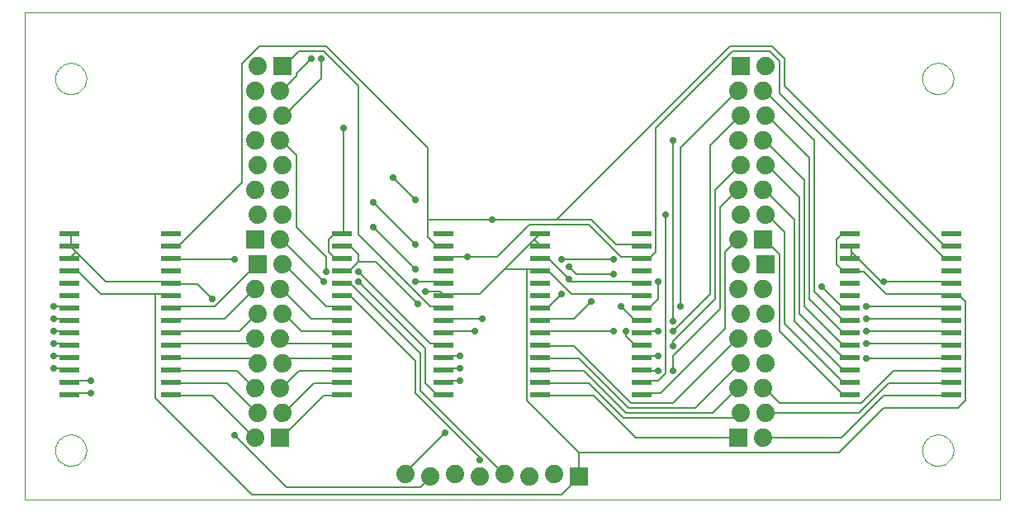
<source format=gtl>
G75*
G70*
%OFA0B0*%
%FSLAX24Y24*%
%IPPOS*%
%LPD*%
%AMOC8*
5,1,8,0,0,1.08239X$1,22.5*
%
%ADD10C,0.0000*%
%ADD11R,0.0740X0.0740*%
%ADD12C,0.0740*%
%ADD13R,0.0807X0.0236*%
%ADD14C,0.0080*%
%ADD15OC8,0.0240*%
D10*
X000100Y000100D02*
X039470Y000100D01*
X039470Y019785D01*
X000100Y019785D01*
X000100Y000100D01*
X001340Y002100D02*
X001342Y002150D01*
X001348Y002200D01*
X001358Y002249D01*
X001372Y002297D01*
X001389Y002344D01*
X001410Y002389D01*
X001435Y002433D01*
X001463Y002474D01*
X001495Y002513D01*
X001529Y002550D01*
X001566Y002584D01*
X001606Y002614D01*
X001648Y002641D01*
X001692Y002665D01*
X001738Y002686D01*
X001785Y002702D01*
X001833Y002715D01*
X001883Y002724D01*
X001932Y002729D01*
X001983Y002730D01*
X002033Y002727D01*
X002082Y002720D01*
X002131Y002709D01*
X002179Y002694D01*
X002225Y002676D01*
X002270Y002654D01*
X002313Y002628D01*
X002354Y002599D01*
X002393Y002567D01*
X002429Y002532D01*
X002461Y002494D01*
X002491Y002454D01*
X002518Y002411D01*
X002541Y002367D01*
X002560Y002321D01*
X002576Y002273D01*
X002588Y002224D01*
X002596Y002175D01*
X002600Y002125D01*
X002600Y002075D01*
X002596Y002025D01*
X002588Y001976D01*
X002576Y001927D01*
X002560Y001879D01*
X002541Y001833D01*
X002518Y001789D01*
X002491Y001746D01*
X002461Y001706D01*
X002429Y001668D01*
X002393Y001633D01*
X002354Y001601D01*
X002313Y001572D01*
X002270Y001546D01*
X002225Y001524D01*
X002179Y001506D01*
X002131Y001491D01*
X002082Y001480D01*
X002033Y001473D01*
X001983Y001470D01*
X001932Y001471D01*
X001883Y001476D01*
X001833Y001485D01*
X001785Y001498D01*
X001738Y001514D01*
X001692Y001535D01*
X001648Y001559D01*
X001606Y001586D01*
X001566Y001616D01*
X001529Y001650D01*
X001495Y001687D01*
X001463Y001726D01*
X001435Y001767D01*
X001410Y001811D01*
X001389Y001856D01*
X001372Y001903D01*
X001358Y001951D01*
X001348Y002000D01*
X001342Y002050D01*
X001340Y002100D01*
X001340Y017100D02*
X001342Y017150D01*
X001348Y017200D01*
X001358Y017249D01*
X001372Y017297D01*
X001389Y017344D01*
X001410Y017389D01*
X001435Y017433D01*
X001463Y017474D01*
X001495Y017513D01*
X001529Y017550D01*
X001566Y017584D01*
X001606Y017614D01*
X001648Y017641D01*
X001692Y017665D01*
X001738Y017686D01*
X001785Y017702D01*
X001833Y017715D01*
X001883Y017724D01*
X001932Y017729D01*
X001983Y017730D01*
X002033Y017727D01*
X002082Y017720D01*
X002131Y017709D01*
X002179Y017694D01*
X002225Y017676D01*
X002270Y017654D01*
X002313Y017628D01*
X002354Y017599D01*
X002393Y017567D01*
X002429Y017532D01*
X002461Y017494D01*
X002491Y017454D01*
X002518Y017411D01*
X002541Y017367D01*
X002560Y017321D01*
X002576Y017273D01*
X002588Y017224D01*
X002596Y017175D01*
X002600Y017125D01*
X002600Y017075D01*
X002596Y017025D01*
X002588Y016976D01*
X002576Y016927D01*
X002560Y016879D01*
X002541Y016833D01*
X002518Y016789D01*
X002491Y016746D01*
X002461Y016706D01*
X002429Y016668D01*
X002393Y016633D01*
X002354Y016601D01*
X002313Y016572D01*
X002270Y016546D01*
X002225Y016524D01*
X002179Y016506D01*
X002131Y016491D01*
X002082Y016480D01*
X002033Y016473D01*
X001983Y016470D01*
X001932Y016471D01*
X001883Y016476D01*
X001833Y016485D01*
X001785Y016498D01*
X001738Y016514D01*
X001692Y016535D01*
X001648Y016559D01*
X001606Y016586D01*
X001566Y016616D01*
X001529Y016650D01*
X001495Y016687D01*
X001463Y016726D01*
X001435Y016767D01*
X001410Y016811D01*
X001389Y016856D01*
X001372Y016903D01*
X001358Y016951D01*
X001348Y017000D01*
X001342Y017050D01*
X001340Y017100D01*
X036340Y017100D02*
X036342Y017150D01*
X036348Y017200D01*
X036358Y017249D01*
X036372Y017297D01*
X036389Y017344D01*
X036410Y017389D01*
X036435Y017433D01*
X036463Y017474D01*
X036495Y017513D01*
X036529Y017550D01*
X036566Y017584D01*
X036606Y017614D01*
X036648Y017641D01*
X036692Y017665D01*
X036738Y017686D01*
X036785Y017702D01*
X036833Y017715D01*
X036883Y017724D01*
X036932Y017729D01*
X036983Y017730D01*
X037033Y017727D01*
X037082Y017720D01*
X037131Y017709D01*
X037179Y017694D01*
X037225Y017676D01*
X037270Y017654D01*
X037313Y017628D01*
X037354Y017599D01*
X037393Y017567D01*
X037429Y017532D01*
X037461Y017494D01*
X037491Y017454D01*
X037518Y017411D01*
X037541Y017367D01*
X037560Y017321D01*
X037576Y017273D01*
X037588Y017224D01*
X037596Y017175D01*
X037600Y017125D01*
X037600Y017075D01*
X037596Y017025D01*
X037588Y016976D01*
X037576Y016927D01*
X037560Y016879D01*
X037541Y016833D01*
X037518Y016789D01*
X037491Y016746D01*
X037461Y016706D01*
X037429Y016668D01*
X037393Y016633D01*
X037354Y016601D01*
X037313Y016572D01*
X037270Y016546D01*
X037225Y016524D01*
X037179Y016506D01*
X037131Y016491D01*
X037082Y016480D01*
X037033Y016473D01*
X036983Y016470D01*
X036932Y016471D01*
X036883Y016476D01*
X036833Y016485D01*
X036785Y016498D01*
X036738Y016514D01*
X036692Y016535D01*
X036648Y016559D01*
X036606Y016586D01*
X036566Y016616D01*
X036529Y016650D01*
X036495Y016687D01*
X036463Y016726D01*
X036435Y016767D01*
X036410Y016811D01*
X036389Y016856D01*
X036372Y016903D01*
X036358Y016951D01*
X036348Y017000D01*
X036342Y017050D01*
X036340Y017100D01*
X036340Y002100D02*
X036342Y002150D01*
X036348Y002200D01*
X036358Y002249D01*
X036372Y002297D01*
X036389Y002344D01*
X036410Y002389D01*
X036435Y002433D01*
X036463Y002474D01*
X036495Y002513D01*
X036529Y002550D01*
X036566Y002584D01*
X036606Y002614D01*
X036648Y002641D01*
X036692Y002665D01*
X036738Y002686D01*
X036785Y002702D01*
X036833Y002715D01*
X036883Y002724D01*
X036932Y002729D01*
X036983Y002730D01*
X037033Y002727D01*
X037082Y002720D01*
X037131Y002709D01*
X037179Y002694D01*
X037225Y002676D01*
X037270Y002654D01*
X037313Y002628D01*
X037354Y002599D01*
X037393Y002567D01*
X037429Y002532D01*
X037461Y002494D01*
X037491Y002454D01*
X037518Y002411D01*
X037541Y002367D01*
X037560Y002321D01*
X037576Y002273D01*
X037588Y002224D01*
X037596Y002175D01*
X037600Y002125D01*
X037600Y002075D01*
X037596Y002025D01*
X037588Y001976D01*
X037576Y001927D01*
X037560Y001879D01*
X037541Y001833D01*
X037518Y001789D01*
X037491Y001746D01*
X037461Y001706D01*
X037429Y001668D01*
X037393Y001633D01*
X037354Y001601D01*
X037313Y001572D01*
X037270Y001546D01*
X037225Y001524D01*
X037179Y001506D01*
X037131Y001491D01*
X037082Y001480D01*
X037033Y001473D01*
X036983Y001470D01*
X036932Y001471D01*
X036883Y001476D01*
X036833Y001485D01*
X036785Y001498D01*
X036738Y001514D01*
X036692Y001535D01*
X036648Y001559D01*
X036606Y001586D01*
X036566Y001616D01*
X036529Y001650D01*
X036495Y001687D01*
X036463Y001726D01*
X036435Y001767D01*
X036410Y001811D01*
X036389Y001856D01*
X036372Y001903D01*
X036358Y001951D01*
X036348Y002000D01*
X036342Y002050D01*
X036340Y002100D01*
D11*
X028920Y002600D03*
X022470Y001050D03*
X010420Y002600D03*
X009520Y009600D03*
X009420Y010600D03*
X010520Y017600D03*
X029020Y017600D03*
X029920Y010600D03*
X030020Y009600D03*
D12*
X029020Y009600D03*
X028920Y008600D03*
X029920Y008600D03*
X030020Y007600D03*
X029020Y007600D03*
X028920Y006600D03*
X029920Y006600D03*
X030020Y005600D03*
X029020Y005600D03*
X028920Y004600D03*
X029920Y004600D03*
X030020Y003600D03*
X029020Y003600D03*
X029920Y002600D03*
X021470Y001150D03*
X020470Y001050D03*
X019470Y001150D03*
X018470Y001050D03*
X017470Y001150D03*
X016470Y001050D03*
X015470Y001150D03*
X010520Y003600D03*
X009520Y003600D03*
X009420Y002600D03*
X009420Y004600D03*
X010420Y004600D03*
X010520Y005600D03*
X009520Y005600D03*
X009420Y006600D03*
X010420Y006600D03*
X010520Y007600D03*
X009520Y007600D03*
X009420Y008600D03*
X010420Y008600D03*
X010520Y009600D03*
X010420Y010600D03*
X010520Y011600D03*
X009520Y011600D03*
X009420Y012600D03*
X010420Y012600D03*
X010520Y013600D03*
X009520Y013600D03*
X009420Y014600D03*
X010420Y014600D03*
X010520Y015600D03*
X009520Y015600D03*
X009420Y016600D03*
X010420Y016600D03*
X009520Y017600D03*
X028920Y016600D03*
X029920Y016600D03*
X030020Y015600D03*
X029020Y015600D03*
X028920Y014600D03*
X029920Y014600D03*
X030020Y013600D03*
X029020Y013600D03*
X028920Y012600D03*
X029920Y012600D03*
X030020Y011600D03*
X029020Y011600D03*
X028920Y010600D03*
X030020Y017600D03*
D13*
X033432Y010850D03*
X033432Y010350D03*
X033432Y009850D03*
X033432Y009350D03*
X033432Y008850D03*
X033432Y008350D03*
X033432Y007850D03*
X033432Y007350D03*
X033432Y006850D03*
X033432Y006350D03*
X033432Y005850D03*
X033432Y005350D03*
X033432Y004850D03*
X033432Y004350D03*
X037508Y004350D03*
X037508Y004850D03*
X037508Y005350D03*
X037508Y005850D03*
X037508Y006350D03*
X037508Y006850D03*
X037508Y007350D03*
X037508Y007850D03*
X037508Y008350D03*
X037508Y008850D03*
X037508Y009350D03*
X037508Y009850D03*
X037508Y010350D03*
X037508Y010850D03*
X025008Y010850D03*
X025008Y010350D03*
X025008Y009850D03*
X025008Y009350D03*
X025008Y008850D03*
X025008Y008350D03*
X025008Y007850D03*
X025008Y007350D03*
X025008Y006850D03*
X025008Y006350D03*
X025008Y005850D03*
X025008Y005350D03*
X025008Y004850D03*
X025008Y004350D03*
X020932Y004350D03*
X020932Y004850D03*
X020932Y005350D03*
X020932Y005850D03*
X020932Y006350D03*
X020932Y006850D03*
X020932Y007350D03*
X020932Y007850D03*
X020932Y008350D03*
X020932Y008850D03*
X020932Y009350D03*
X020932Y009850D03*
X020932Y010350D03*
X020932Y010850D03*
X017008Y010850D03*
X017008Y010350D03*
X017008Y009850D03*
X017008Y009350D03*
X017008Y008850D03*
X017008Y008350D03*
X017008Y007850D03*
X017008Y007350D03*
X017008Y006850D03*
X017008Y006350D03*
X017008Y005850D03*
X017008Y005350D03*
X017008Y004850D03*
X017008Y004350D03*
X012932Y004350D03*
X012932Y004850D03*
X012932Y005350D03*
X012932Y005850D03*
X012932Y006350D03*
X012932Y006850D03*
X012932Y007350D03*
X012932Y007850D03*
X012932Y008350D03*
X012932Y008850D03*
X012932Y009350D03*
X012932Y009850D03*
X012932Y010350D03*
X012932Y010850D03*
X006008Y010850D03*
X006008Y010350D03*
X006008Y009850D03*
X006008Y009350D03*
X006008Y008850D03*
X006008Y008350D03*
X006008Y007850D03*
X006008Y007350D03*
X006008Y006850D03*
X006008Y006350D03*
X006008Y005850D03*
X006008Y005350D03*
X006008Y004850D03*
X006008Y004350D03*
X001932Y004350D03*
X001932Y004850D03*
X001932Y005350D03*
X001932Y005850D03*
X001932Y006350D03*
X001932Y006850D03*
X001932Y007350D03*
X001932Y007850D03*
X001932Y008350D03*
X001932Y008850D03*
X001932Y009350D03*
X001932Y009850D03*
X001932Y010350D03*
X001932Y010850D03*
D14*
X001970Y010800D01*
X001970Y010400D01*
X001932Y010350D01*
X001970Y010300D01*
X002170Y010100D01*
X001970Y009900D01*
X001932Y009850D01*
X002170Y010100D02*
X003370Y008900D01*
X005970Y008900D01*
X006008Y008850D01*
X006070Y008800D01*
X007070Y008800D01*
X007670Y008200D01*
X007770Y007900D02*
X009470Y009600D01*
X009520Y009600D01*
X010520Y009600D02*
X010570Y009600D01*
X012270Y007900D01*
X012870Y007900D01*
X012932Y007850D01*
X012970Y008300D02*
X012932Y008350D01*
X012970Y008300D02*
X013270Y008300D01*
X015870Y005700D01*
X015870Y004400D01*
X018470Y001800D01*
X018470Y001700D01*
X019470Y001150D02*
X019470Y001100D01*
X016070Y004500D01*
X016070Y006000D01*
X013270Y008800D01*
X012970Y008800D01*
X012932Y008850D01*
X013570Y008900D02*
X016270Y006200D01*
X016270Y004800D01*
X016670Y004400D01*
X016970Y004400D01*
X017008Y004350D01*
X017008Y004850D02*
X017070Y004900D01*
X017670Y004900D01*
X017070Y005400D02*
X017008Y005350D01*
X017070Y005400D02*
X017670Y005400D01*
X017670Y005900D02*
X017070Y005900D01*
X017008Y005850D01*
X017008Y006350D02*
X016970Y006400D01*
X016470Y006400D01*
X013570Y009300D01*
X013270Y009400D02*
X013570Y009700D01*
X014270Y009700D01*
X015970Y008000D01*
X016470Y007900D02*
X013570Y010800D01*
X013570Y016800D01*
X012170Y018200D01*
X011170Y018200D01*
X010570Y017600D01*
X010520Y017600D01*
X011070Y017300D02*
X011070Y017200D01*
X010470Y016600D01*
X010420Y016600D01*
X011070Y017300D02*
X011670Y017900D01*
X012070Y017900D02*
X012070Y017100D01*
X010570Y015600D01*
X010520Y015600D01*
X010470Y014600D02*
X010420Y014600D01*
X010470Y014600D02*
X011070Y014000D01*
X011070Y011100D01*
X012270Y009900D01*
X012270Y009300D01*
X012932Y009350D02*
X012970Y009400D01*
X013270Y009400D01*
X013570Y009700D02*
X013570Y010000D01*
X013270Y010300D01*
X012970Y010300D01*
X012932Y010350D01*
X012570Y010800D02*
X012370Y010600D01*
X012370Y010100D01*
X012570Y009900D01*
X012870Y009900D01*
X012932Y009850D01*
X012870Y010800D02*
X012570Y010800D01*
X012870Y010800D02*
X012932Y010850D01*
X012970Y010900D01*
X012970Y015100D01*
X012270Y018400D02*
X016370Y014300D01*
X016370Y011400D01*
X018970Y011400D01*
X021570Y011400D01*
X028570Y018400D01*
X030270Y018400D01*
X030770Y017900D01*
X030770Y016800D01*
X037170Y010400D01*
X037470Y010400D01*
X037508Y010350D01*
X037470Y009900D02*
X037170Y009900D01*
X030570Y016500D01*
X030570Y017800D01*
X030170Y018200D01*
X028670Y018200D01*
X025570Y015100D01*
X025570Y010100D01*
X025370Y009900D01*
X025070Y009900D01*
X025008Y009850D01*
X024970Y009900D01*
X024170Y009900D01*
X022870Y011200D01*
X020470Y011200D01*
X019170Y009900D01*
X017970Y009900D01*
X017070Y009900D01*
X017008Y009850D01*
X015870Y009400D02*
X014170Y011100D01*
X014170Y012100D02*
X015870Y010400D01*
X016370Y010700D02*
X016670Y010400D01*
X016970Y010400D01*
X017008Y010350D01*
X016370Y010700D02*
X016370Y011400D01*
X015870Y012200D02*
X014970Y013100D01*
X012170Y008900D02*
X010470Y010600D01*
X010420Y010600D01*
X008570Y009800D02*
X006070Y009800D01*
X006008Y009850D01*
X006008Y010350D02*
X006070Y010400D01*
X006370Y010400D01*
X008870Y012900D01*
X008870Y017700D01*
X009570Y018400D01*
X012270Y018400D01*
X025970Y011600D02*
X025970Y005200D01*
X025670Y004900D01*
X025070Y004900D01*
X025008Y004850D01*
X025070Y004400D02*
X025008Y004350D01*
X025070Y004400D02*
X025770Y004400D01*
X028370Y007000D01*
X028370Y010100D01*
X028870Y010600D01*
X028920Y010600D01*
X029920Y010600D02*
X029970Y010600D01*
X030570Y010000D01*
X030570Y006900D01*
X033070Y004400D01*
X033370Y004400D01*
X033432Y004350D01*
X033870Y004000D02*
X030570Y004000D01*
X029970Y004600D01*
X029920Y004600D01*
X028920Y004600D02*
X028870Y004600D01*
X027870Y003600D01*
X024370Y003600D01*
X022670Y005300D01*
X020970Y005300D01*
X020932Y005350D01*
X020932Y004850D02*
X020970Y004800D01*
X022870Y004800D01*
X024270Y003400D01*
X028770Y003400D01*
X028970Y003600D01*
X029020Y003600D01*
X030020Y003600D02*
X030070Y003600D01*
X033770Y003600D01*
X034970Y004800D01*
X037470Y004800D01*
X037508Y004850D01*
X037470Y005300D02*
X037508Y005350D01*
X037470Y005300D02*
X035170Y005300D01*
X033870Y004000D01*
X034770Y003800D02*
X032970Y002000D01*
X022470Y002000D01*
X020370Y004100D01*
X020370Y009400D01*
X020870Y009400D01*
X020932Y009350D01*
X020970Y009300D01*
X021270Y009300D01*
X022170Y008400D01*
X024970Y008400D01*
X025008Y008350D01*
X025370Y007900D02*
X025670Y008200D01*
X025670Y008900D01*
X025008Y008850D02*
X024970Y008900D01*
X022170Y008900D01*
X022070Y009000D01*
X021270Y009800D01*
X020970Y009800D01*
X020932Y009850D01*
X020370Y009400D02*
X019470Y009400D01*
X018470Y008400D01*
X017070Y008400D01*
X017008Y008350D01*
X016970Y008400D01*
X016870Y008500D01*
X016270Y008500D01*
X015870Y008900D02*
X016970Y008900D01*
X017008Y008850D01*
X016970Y007900D02*
X016470Y007900D01*
X016970Y007900D02*
X017008Y007850D01*
X017070Y007400D02*
X017008Y007350D01*
X017070Y007400D02*
X018570Y007400D01*
X018270Y006900D02*
X017070Y006900D01*
X017008Y006850D01*
X020932Y006850D02*
X020970Y006900D01*
X023870Y006900D01*
X024370Y006900D02*
X024370Y006700D01*
X024670Y006400D01*
X024970Y006400D01*
X025008Y006350D01*
X025070Y005900D02*
X025008Y005850D01*
X025070Y005900D02*
X025670Y005900D01*
X026270Y005900D02*
X028170Y007800D01*
X028170Y011900D01*
X028870Y012600D01*
X028920Y012600D01*
X029920Y012600D02*
X029970Y012600D01*
X031170Y011400D01*
X031170Y007300D01*
X033070Y005400D01*
X033370Y005400D01*
X033432Y005350D01*
X033370Y004900D02*
X033070Y004900D01*
X030770Y007200D01*
X030770Y010900D01*
X030070Y011600D01*
X030020Y011600D01*
X031370Y012300D02*
X030070Y013600D01*
X030020Y013600D01*
X029020Y013600D02*
X028970Y013600D01*
X027970Y012600D01*
X027970Y008200D01*
X026270Y006500D01*
X026270Y006300D01*
X026270Y005900D02*
X026270Y005300D01*
X025670Y005300D02*
X025070Y005300D01*
X025008Y005350D01*
X023070Y004300D02*
X024770Y002600D01*
X028870Y002600D01*
X028920Y002600D01*
X029920Y002600D02*
X029970Y002600D01*
X033070Y002600D01*
X034770Y004300D01*
X037470Y004300D01*
X037508Y004350D01*
X037770Y003800D02*
X034770Y003800D01*
X033432Y004850D02*
X033370Y004900D01*
X033432Y005850D02*
X033370Y005900D01*
X033070Y005900D01*
X031370Y007600D01*
X031370Y012300D01*
X031570Y013000D02*
X029970Y014600D01*
X029920Y014600D01*
X030020Y015600D02*
X030070Y015600D01*
X031770Y013900D01*
X031770Y008200D01*
X033070Y006900D01*
X033370Y006900D01*
X033432Y006850D01*
X033370Y006400D02*
X033070Y006400D01*
X031570Y007900D01*
X031570Y013000D01*
X031970Y014600D02*
X029970Y016600D01*
X029920Y016600D01*
X028920Y016600D02*
X028870Y016600D01*
X026570Y014300D01*
X026570Y007900D01*
X026270Y007300D02*
X026270Y014600D01*
X027770Y014400D02*
X028970Y015600D01*
X029020Y015600D01*
X027770Y014400D02*
X027770Y008400D01*
X026270Y006900D01*
X025670Y006900D02*
X025070Y006900D01*
X025008Y006850D01*
X025008Y007350D02*
X024970Y007400D01*
X024670Y007400D01*
X024170Y007900D01*
X025008Y007850D02*
X025070Y007900D01*
X025370Y007900D01*
X022970Y008100D02*
X022270Y007400D01*
X020970Y007400D01*
X020932Y007350D01*
X020932Y007850D02*
X020970Y007900D01*
X021270Y007900D01*
X021770Y008400D01*
X022370Y009200D02*
X022070Y009500D01*
X022370Y009200D02*
X023870Y009200D01*
X023870Y009800D02*
X021770Y009800D01*
X020932Y010350D02*
X020870Y010400D01*
X020670Y010600D01*
X019470Y009400D01*
X020670Y010600D02*
X020870Y010800D01*
X020932Y010850D01*
X021570Y011400D02*
X022970Y011400D01*
X023970Y010400D01*
X024970Y010400D01*
X025008Y010350D01*
X031970Y008500D02*
X031970Y014600D01*
X033070Y010800D02*
X032870Y010600D01*
X032870Y009600D01*
X033070Y009400D01*
X033370Y009400D01*
X033432Y009350D01*
X033470Y009300D01*
X033970Y009300D01*
X034870Y008400D01*
X037470Y008400D01*
X037508Y008350D01*
X037570Y008300D01*
X037870Y008300D01*
X038070Y008100D01*
X038070Y004100D01*
X037770Y003800D01*
X037470Y005800D02*
X034070Y005800D01*
X033432Y006350D02*
X033370Y006400D01*
X034070Y006400D02*
X037470Y006400D01*
X037508Y006350D01*
X037508Y005850D02*
X037470Y005800D01*
X037508Y006850D02*
X037470Y006900D01*
X034070Y006900D01*
X033432Y007350D02*
X033370Y007400D01*
X033070Y007400D01*
X031970Y008500D01*
X032270Y008700D02*
X033070Y007900D01*
X033370Y007900D01*
X033432Y007850D01*
X034070Y007900D02*
X037470Y007900D01*
X037508Y007850D01*
X037470Y007400D02*
X037508Y007350D01*
X037470Y007400D02*
X034070Y007400D01*
X034670Y008900D02*
X033470Y010100D01*
X033470Y009900D01*
X033432Y009850D01*
X033470Y010100D02*
X033470Y010300D01*
X033432Y010350D01*
X033370Y010800D02*
X033070Y010800D01*
X033370Y010800D02*
X033432Y010850D01*
X034670Y008900D02*
X034770Y008900D01*
X037470Y008900D01*
X037508Y008850D01*
X037508Y009850D02*
X037470Y009900D01*
X028920Y006600D02*
X028870Y006600D01*
X026270Y004000D01*
X024570Y004000D01*
X022270Y006300D01*
X020970Y006300D01*
X020932Y006350D01*
X020932Y005850D02*
X020970Y005800D01*
X022470Y005800D01*
X024470Y003800D01*
X027170Y003800D01*
X028970Y005600D01*
X029020Y005600D01*
X023070Y004300D02*
X020970Y004300D01*
X020932Y004350D01*
X017070Y002800D02*
X015470Y001200D01*
X015470Y001150D01*
X016070Y000600D02*
X016470Y001000D01*
X016470Y001050D01*
X016070Y000600D02*
X010670Y000600D01*
X008570Y002700D01*
X009370Y002600D02*
X009420Y002600D01*
X009370Y002600D02*
X007670Y004300D01*
X006070Y004300D01*
X006008Y004350D01*
X005370Y004200D02*
X009270Y000300D01*
X021770Y000300D01*
X022470Y001000D01*
X022470Y001050D01*
X022470Y001100D01*
X022470Y002000D01*
X012932Y004350D02*
X012870Y004300D01*
X012170Y004300D01*
X010470Y002600D01*
X010420Y002600D01*
X010520Y003600D02*
X010570Y003600D01*
X011770Y004800D01*
X012870Y004800D01*
X012932Y004850D01*
X012870Y005300D02*
X012932Y005350D01*
X012870Y005300D02*
X011170Y005300D01*
X010470Y004600D01*
X010420Y004600D01*
X009420Y004600D02*
X009370Y004600D01*
X008670Y005300D01*
X006070Y005300D01*
X006008Y005350D01*
X006008Y004850D02*
X006070Y004800D01*
X008270Y004800D01*
X009470Y003600D01*
X009520Y003600D01*
X009470Y005600D02*
X009520Y005600D01*
X009470Y005600D02*
X009270Y005800D01*
X006070Y005800D01*
X006008Y005850D01*
X006008Y006350D02*
X006070Y006400D01*
X009170Y006400D01*
X009370Y006600D01*
X009420Y006600D01*
X008770Y006900D02*
X009470Y007600D01*
X009520Y007600D01*
X010520Y007600D02*
X010570Y007600D01*
X011270Y006900D01*
X012870Y006900D01*
X012932Y006850D01*
X012870Y006400D02*
X012932Y006350D01*
X012870Y006400D02*
X010670Y006400D01*
X010470Y006600D01*
X010420Y006600D01*
X010770Y005800D02*
X010570Y005600D01*
X010520Y005600D01*
X010770Y005800D02*
X012870Y005800D01*
X012932Y005850D01*
X012932Y007350D02*
X012870Y007400D01*
X011670Y007400D01*
X010470Y008600D01*
X010420Y008600D01*
X009420Y008600D02*
X009370Y008600D01*
X008170Y007400D01*
X006070Y007400D01*
X006008Y007350D01*
X006070Y006900D02*
X006008Y006850D01*
X006070Y006900D02*
X008770Y006900D01*
X007770Y007900D02*
X006070Y007900D01*
X006008Y007850D01*
X006008Y008350D02*
X005970Y008400D01*
X005370Y008400D01*
X005370Y004200D01*
X002770Y004400D02*
X001970Y004400D01*
X001932Y004350D01*
X001932Y004850D02*
X001970Y004900D01*
X002770Y004900D01*
X001932Y005350D02*
X001870Y005400D01*
X001270Y005400D01*
X001270Y005900D02*
X001870Y005900D01*
X001932Y005850D01*
X001932Y006350D02*
X001870Y006400D01*
X001270Y006400D01*
X001270Y006900D02*
X001870Y006900D01*
X001932Y006850D01*
X001932Y007350D02*
X001870Y007400D01*
X001270Y007400D01*
X001270Y007900D02*
X001870Y007900D01*
X001932Y007850D01*
X003170Y008400D02*
X002270Y009300D01*
X001970Y009300D01*
X001932Y009350D01*
X003170Y008400D02*
X005370Y008400D01*
D15*
X007670Y008200D03*
X008570Y009800D03*
X012170Y008900D03*
X012270Y009300D03*
X013570Y009300D03*
X013570Y008900D03*
X015870Y008900D03*
X016270Y008500D03*
X015970Y008000D03*
X018270Y006900D03*
X018570Y007400D03*
X017670Y005900D03*
X017670Y005400D03*
X017670Y004900D03*
X017070Y002800D03*
X018470Y001700D03*
X025670Y005300D03*
X026270Y005300D03*
X025670Y005900D03*
X026270Y006300D03*
X026270Y006900D03*
X026270Y007300D03*
X025670Y006900D03*
X024370Y006900D03*
X023870Y006900D03*
X024170Y007900D03*
X022970Y008100D03*
X021770Y008400D03*
X022070Y009000D03*
X022070Y009500D03*
X021770Y009800D03*
X023870Y009800D03*
X023870Y009200D03*
X025670Y008900D03*
X026570Y007900D03*
X032270Y008700D03*
X034070Y007900D03*
X034070Y007400D03*
X034070Y006900D03*
X034070Y006400D03*
X034070Y005800D03*
X034770Y008900D03*
X025970Y011600D03*
X026270Y014600D03*
X018970Y011400D03*
X015870Y012200D03*
X014970Y013100D03*
X014170Y012100D03*
X014170Y011100D03*
X015870Y010400D03*
X015870Y009400D03*
X017970Y009900D03*
X012970Y015100D03*
X012070Y017900D03*
X011670Y017900D03*
X001270Y007900D03*
X001270Y007400D03*
X001270Y006900D03*
X001270Y006400D03*
X001270Y005900D03*
X001270Y005400D03*
X002770Y004900D03*
X002770Y004400D03*
X008570Y002700D03*
M02*

</source>
